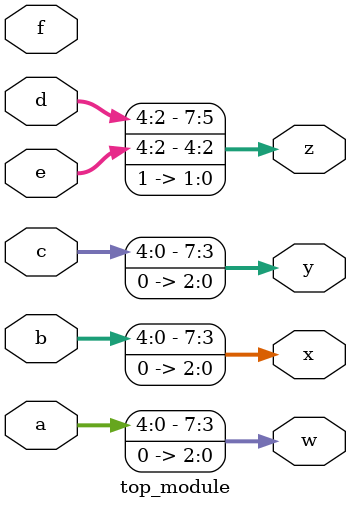
<source format=sv>
module top_module (
    input [4:0] a,
    input [4:0] b,
    input [4:0] c,
    input [4:0] d,
    input [4:0] e,
    input [4:0] f,
    output [7:0] w,
    output [7:0] x,
    output [7:0] y,
    output [7:0] z
);

    // Concatenate the inputs and assign to outputs
    assign w = {a, 3'b000};
    assign x = {b, 3'b000};
    assign y = {c, 3'b000};
    assign z = {d[4:2], e[4:2], 2'b11};

endmodule

</source>
